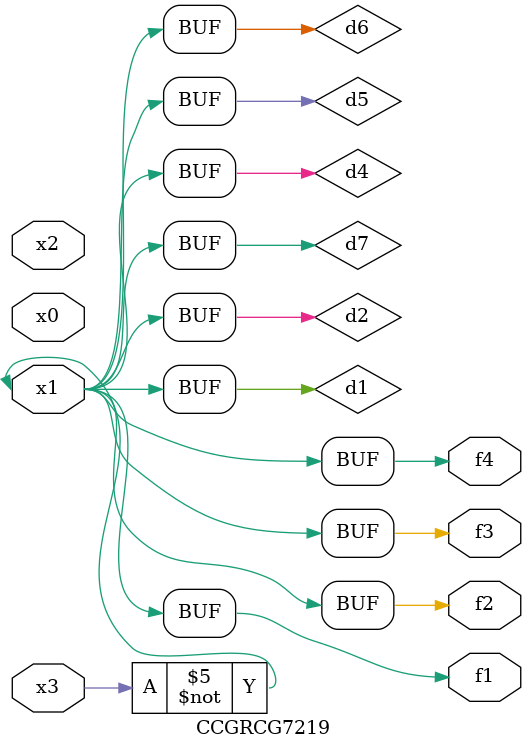
<source format=v>
module CCGRCG7219(
	input x0, x1, x2, x3,
	output f1, f2, f3, f4
);

	wire d1, d2, d3, d4, d5, d6, d7;

	not (d1, x3);
	buf (d2, x1);
	xnor (d3, d1, d2);
	nor (d4, d1);
	buf (d5, d1, d2);
	buf (d6, d4, d5);
	nand (d7, d4);
	assign f1 = d6;
	assign f2 = d7;
	assign f3 = d6;
	assign f4 = d6;
endmodule

</source>
